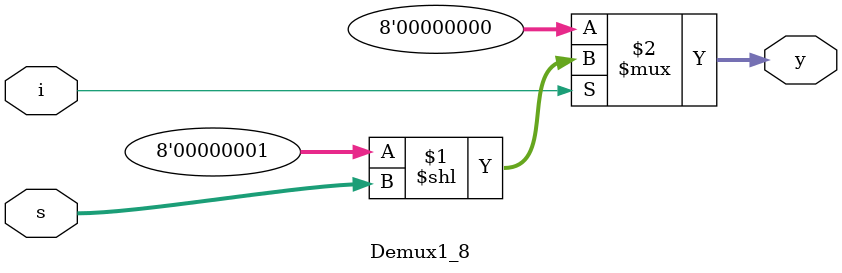
<source format=v>
`timescale 1ns / 1ps
module Demux1_8(
    input wire i,
    input wire [2:0] s,
    output wire [7:0] y
    );

assign y = i ? (8'b0000_0001 << s) : 8'b0000_0000;

endmodule

</source>
